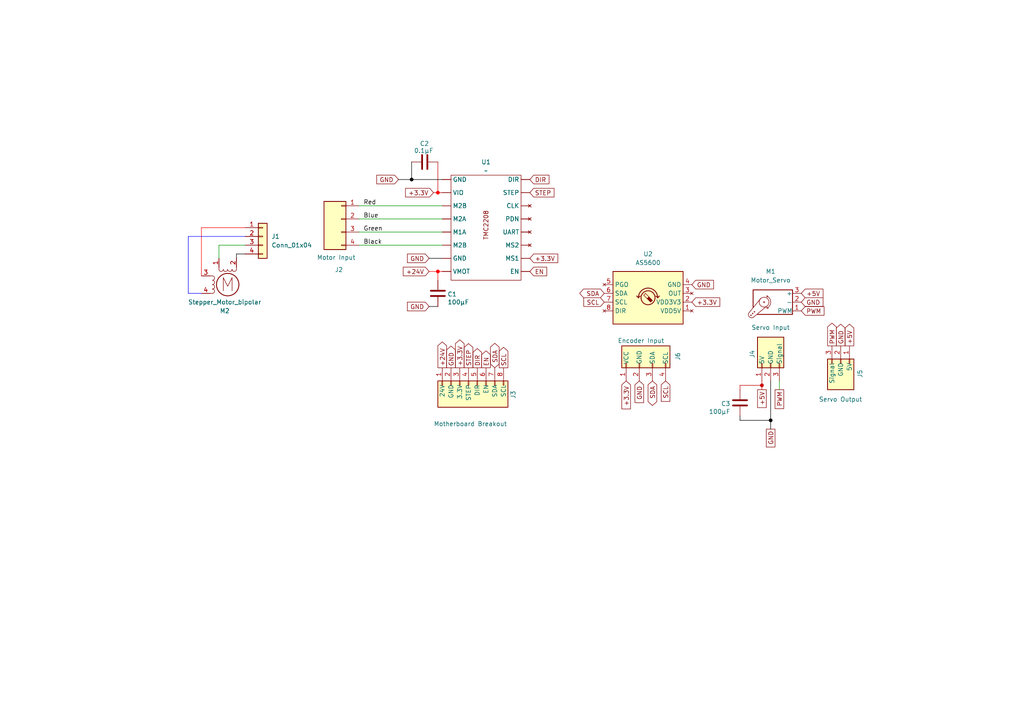
<source format=kicad_sch>
(kicad_sch (version 20231120) (generator "eeschema") (generator_version "8.0")
  (paper "A4")
  (title_block (title "Motor Breakout Board") (date "2025-07-07") (rev "B") (company "Designed by Charlie Lambert") (comment 1 "Motor breakout board for Rubik's Cube Solving Machine"))
  (lib_symbols
    (symbol "Conn_01x03_1" (pin_names (offset 1.016))
      (property "Reference" "J5" (at 1.778 5.588 0))
      (property "Value" "Servo Output" (at 10.414 -6.35 90))
      (symbol "Conn_01x03_1_1_1"
        (rectangle (start -1.27 -2.413) (end 0 -2.667) (stroke (width 0.1524)))
        (rectangle (start -1.27 0.127) (end 0 -0.127) (stroke (width 0.1524)))
        (rectangle (start -1.27 2.667) (end 0 2.413) (stroke (width 0.1524)))
        (rectangle (start -1.27 3.81) (end 7.62 -3.81) (stroke (width 0.254)) (fill (type background)))
        (pin output line (at -5.08 2.54 0) (length 3.81) (name "5V") (number "1"))
        (pin bidirectional line (at -5.08 0 0) (length 3.81) (name "GND") (number "2"))
        (pin output line (at -5.08 -2.54 0) (length 3.81) (name "Signal") (number "3"))
      )
    )
    (symbol "Conn_01x04_1" (pin_names (offset 1.016) hide)
      (property "Reference" "J2" (at 0.762 -16.002 0))
      (property "Value" "Motor Input" (at 1.524 -12.446 0))
      (symbol "Conn_01x04_1_1_1"
        (rectangle (start -1.27 2.667) (end 0 2.413) (stroke (width 0.1524)))
        (rectangle (start -1.27 3.81) (end 5.08 -10.16) (stroke (width 0.254)) (fill (type background)))
        (rectangle (start -1.2518 -4.9725) (end 0.0182 -5.2265) (stroke (width 0.1524)))
        (rectangle (start -1.2476 -8.7839) (end 0.0224 -9.0379) (stroke (width 0.1524)))
        (rectangle (start -1.2337 -1.1778) (end 0.0363 -1.4318) (stroke (width 0.1524)))
        (pin passive line (at -5.08 2.54 0) (length 3.81) (name "Red") (number "1"))
        (pin passive line (at -5.08 -1.27 0) (length 3.81) (name "Blue") (number "2"))
        (pin passive line (at -5.08 -5.08 0) (length 3.81) (name "Green") (number "3"))
        (pin passive line (at -5.08 -8.89 0) (length 3.81) (name "Black") (number "4"))
      )
    )
    (symbol "Conn_01x04_2" (pin_names (offset 1.016))
      (property "Reference" "J6" (at 2.032 -12.446 0))
      (property "Value" "Encoder Input" (at 6.604 -1.778 90))
      (symbol "Conn_01x04_2_1_1"
        (rectangle (start -1.27 2.667) (end 0 2.413) (stroke (width 0.1524)))
        (rectangle (start -1.27 3.81) (end 5.08 -10.16) (stroke (width 0.254)) (fill (type background)))
        (rectangle (start -1.2518 -4.9725) (end 0.0182 -5.2265) (stroke (width 0.1524)))
        (rectangle (start -1.2476 -8.7839) (end 0.0224 -9.0379) (stroke (width 0.1524)))
        (rectangle (start -1.2337 -1.1778) (end 0.0363 -1.4318) (stroke (width 0.1524)))
        (pin passive line (at -5.08 2.54 0) (length 3.81) (name "VCC") (number "1"))
        (pin passive line (at -5.08 -1.27 0) (length 3.81) (name "GND") (number "2"))
        (pin passive line (at -5.08 -5.08 0) (length 3.81) (name "SDA") (number "3"))
        (pin passive line (at -5.08 -8.89 0) (length 3.81) (name "SCL") (number "4"))
      )
    )
    (symbol "Connector_Generic:Conn_01x03" (pin_names (offset 1.016))
      (property "Reference" "J4" (at 2.54 1.2701 0))
      (property "Value" "Conn_01x03" (at 2.54 -1.2699 0))
      (symbol "Conn_01x03_1_1"
        (rectangle (start -1.27 -2.413) (end 0 -2.667) (stroke (width 0.1524)))
        (rectangle (start -1.27 0.127) (end 0 -0.127) (stroke (width 0.1524)))
        (rectangle (start -1.27 2.667) (end 0 2.413) (stroke (width 0.1524)))
        (rectangle (start -1.27 3.81) (end 7.62 -3.81) (stroke (width 0.254)) (fill (type background)))
        (pin passive line (at -5.08 2.54 0) (length 3.81) (name "5V") (number "1"))
        (pin passive line (at -5.08 0 0) (length 3.81) (name "GND") (number "2"))
        (pin passive line (at -5.08 -2.54 0) (length 3.81) (name "Signal") (number "3"))
      )
    )
    (symbol "Connector_Generic:Conn_01x04" (pin_names (offset 1.016) hide)
      (property "Reference" "J" (at 0 5.08 0))
      (property "Value" "Conn_01x04" (at 0 -7.62 0))
      (symbol "Conn_01x04_1_1"
        (rectangle (start -1.27 -4.953) (end 0 -5.207) (stroke (width 0.1524)))
        (rectangle (start -1.27 -2.413) (end 0 -2.667) (stroke (width 0.1524)))
        (rectangle (start -1.27 0.127) (end 0 -0.127) (stroke (width 0.1524)))
        (rectangle (start -1.27 2.667) (end 0 2.413) (stroke (width 0.1524)))
        (rectangle (start -1.27 3.81) (end 1.27 -6.35) (stroke (width 0.254)) (fill (type background)))
        (pin passive line (at -5.08 2.54 0) (length 3.81) (name "Pin_1") (number "1"))
        (pin passive line (at -5.08 0 0) (length 3.81) (name "Pin_2") (number "2"))
        (pin passive line (at -5.08 -2.54 0) (length 3.81) (name "Pin_3") (number "3"))
        (pin passive line (at -5.08 -5.08 0) (length 3.81) (name "Pin_4") (number "4"))
      )
    )
    (symbol "Connector_Generic:Conn_01x08" (pin_names (offset 1.016))
      (property "Reference" "J3" (at 4.064 13.208 90))
      (property "Value" "Motherboard Breakout" (at 11.176 -11.176 90))
      (symbol "Conn_01x08_1_1"
        (rectangle (start -1.27 -10.033) (end 0 -10.287) (stroke (width 0.1524)))
        (rectangle (start -1.27 -7.493) (end 0 -7.747) (stroke (width 0.1524)))
        (rectangle (start -1.27 -4.953) (end 0 -5.207) (stroke (width 0.1524)))
        (rectangle (start -1.27 -2.413) (end 0 -2.667) (stroke (width 0.1524)))
        (rectangle (start -1.27 0.127) (end 0 -0.127) (stroke (width 0.1524)))
        (rectangle (start -1.27 2.667) (end 0 2.413) (stroke (width 0.1524)))
        (rectangle (start -1.27 5.207) (end 0 4.953) (stroke (width 0.1524)))
        (rectangle (start -1.27 7.747) (end 0 7.493) (stroke (width 0.1524)))
        (rectangle (start -1.27 8.89) (end 6.35 -11.43) (stroke (width 0.254)) (fill (type background)))
        (pin output line (at -5.08 7.62 0) (length 3.81) (name "24V") (number "1"))
        (pin output line (at -5.08 5.08 0) (length 3.81) (name "GND") (number "2"))
        (pin output line (at -5.08 2.54 0) (length 3.81) (name "3.3V") (number "3"))
        (pin output line (at -5.08 0 0) (length 3.81) (name "STEP") (number "4"))
        (pin output line (at -5.08 -2.54 0) (length 3.81) (name "DIR") (number "5"))
        (pin output line (at -5.08 -5.08 0) (length 3.81) (name "EN") (number "6"))
        (pin bidirectional line (at -5.08 -7.62 0) (length 3.81) (name "SDA") (number "7"))
        (pin output line (at -5.08 -10.16 0) (length 3.81) (name "SCL") (number "8"))
      )
    )
    (symbol "Cube_Solver:TMC2208_Breakout" (pin_numbers hide)
      (property "Reference" "U1" (at 0 3.81 0))
      (property "Value" "~" (at 0 1.27 0))
      (symbol "TMC2208_Breakout_0_1"
        (rectangle (start -10.16 0) (end 10.16 -30.48))
      )
      (symbol "TMC2208_Breakout_1_1"
        (text "TMC2208\n" (at 0 -14.478 900) (effects (font (size 1.27 1.27))))
        (pin input line (at -12.7 -1.27 0) (length 2.54) (name "GND") (number "1"))
        (pin input line (at 12.7 -5.08 180) (length 2.54) (name "STEP") (number "10"))
        (pin no_connect line (at 12.7 -8.89 180) (length 2.54) (name "CLK") (number "11"))
        (pin no_connect line (at 12.7 -12.7 180) (length 2.54) (name "PDN") (number "12"))
        (pin no_connect line (at 12.7 -16.51 180) (length 2.54) (name "UART") (number "13"))
        (pin no_connect line (at 12.7 -20.32 180) (length 2.54) (name "MS2") (number "14"))
        (pin input line (at 12.7 -24.13 180) (length 2.54) (name "MS1") (number "15"))
        (pin input line (at 12.7 -27.94 180) (length 2.54) (name "EN") (number "16"))
        (pin input line (at -12.7 -5.08 0) (length 2.54) (name "VIO") (number "2"))
        (pin output line (at -12.7 -8.89 0) (length 2.54) (name "M2B") (number "3"))
        (pin output line (at -12.7 -12.7 0) (length 2.54) (name "M2A") (number "4"))
        (pin output line (at -12.7 -16.51 0) (length 2.54) (name "M1A") (number "5"))
        (pin output line (at -12.7 -20.32 0) (length 2.54) (name "M2B") (number "6"))
        (pin input line (at -12.7 -24.13 0) (length 2.54) (name "GND") (number "7"))
        (pin input line (at -12.7 -27.94 0) (length 2.54) (name "VMOT") (number "8"))
        (pin input line (at 12.7 -1.27 180) (length 2.54) (name "DIR") (number "9"))
      )
    )
    (symbol "Device:C" (pin_numbers hide) (pin_names (offset 0.254))
      (property "Reference" "C" (at 0.635 2.54 0))
      (property "Value" "C" (at 0.635 -2.54 0))
      (symbol "C_0_1"
        (polyline (pts (xy -2.032 -0.762) (xy 2.032 -0.762)) (stroke (width 0.508)))
        (polyline (pts (xy -2.032 0.762) (xy 2.032 0.762)) (stroke (width 0.508)))
      )
      (symbol "C_1_1"
        (pin passive line (at 0 3.81 270) (length 2.794) (name "~") (number "1"))
        (pin passive line (at 0 -3.81 90) (length 2.794) (name "~") (number "2"))
      )
    )
    (symbol "Motor:Motor_Servo" (pin_names (offset 0.0254))
      (property "Reference" "M1" (at 8.89 1.7035 0))
      (property "Value" "Motor_Servo" (at 8.89 -0.8365 0))
      (symbol "Motor_Servo_0_1"
        (polyline (pts (xy 2.413 -1.778) (xy 2.032 -1.778)))
        (polyline (pts (xy 2.413 -1.778) (xy 2.286 -1.397)))
        (polyline (pts (xy 2.413 1.778) (xy 1.905 1.778)))
        (polyline (pts (xy 2.413 1.778) (xy 2.286 1.397)))
        (polyline (pts (xy 6.35 4.445) (xy 2.54 1.27)))
        (polyline (pts (xy 7.62 3.175) (xy 4.191 -1.016)))
        (polyline (pts (xy 5.08 3.556) (xy -5.08 3.556) (xy -5.08 -3.556) (xy 6.35 -3.556) (xy 6.35 1.524)) (stroke (width 0.254)))
        (arc (start 2.413 1.778) (mid 1.2406 0) (end 2.413 -1.778))
        (circle (center 3.175 0) (radius 0.1778))
        (circle (center 3.175 0) (radius 1.4224))
        (circle (center 5.969 2.794) (radius 0.127))
        (circle (center 6.477 3.302) (radius 0.127))
        (circle (center 6.985 3.81) (radius 0.127))
        (arc (start 7.62 3.175) (mid 7.4485 4.2735) (end 6.35 4.445))
      )
      (symbol "Motor_Servo_1_1"
        (pin passive line (at -7.62 2.54 0) (length 2.54) (name "PWM") (number "1"))
        (pin passive line (at -7.62 0 0) (length 2.54) (name "-") (number "2"))
        (pin passive line (at -7.62 -2.54 0) (length 2.54) (name "+") (number "3"))
      )
    )
    (symbol "Motor:Stepper_Motor_bipolar" (pin_names (offset 0) hide)
      (property "Reference" "M" (at 3.81 2.54 0))
      (property "Value" "Stepper_Motor_bipolar" (at 3.81 1.27 0))
      (symbol "Stepper_Motor_bipolar_0_0"
        (polyline (pts (xy -1.27 -1.778) (xy -1.27 2.032) (xy 0 -0.508) (xy 1.27 2.032) (xy 1.27 -1.778)))
      )
      (symbol "Stepper_Motor_bipolar_0_1"
        (arc (start -4.445 -2.54) (mid -3.8127 -1.905) (end -4.445 -1.27))
        (arc (start -4.445 -1.27) (mid -3.8127 -0.635) (end -4.445 0))
        (arc (start -4.445 0) (mid -3.8127 0.635) (end -4.445 1.27))
        (arc (start -4.445 1.27) (mid -3.8127 1.905) (end -4.445 2.54))
        (arc (start -2.54 4.445) (mid -1.905 3.8127) (end -1.27 4.445))
        (arc (start -1.27 4.445) (mid -0.635 3.8127) (end 0 4.445))
        (polyline (pts (xy -5.08 -2.54) (xy -4.445 -2.54)))
        (polyline (pts (xy -5.08 2.54) (xy -4.445 2.54)))
        (polyline (pts (xy -2.54 5.08) (xy -2.54 4.445)))
        (polyline (pts (xy 2.54 5.08) (xy 2.54 4.445)))
        (circle (center 0 0) (radius 3.2512) (stroke (width 0.254)))
        (arc (start 0 4.445) (mid 0.635 3.8127) (end 1.27 4.445))
        (arc (start 1.27 4.445) (mid 1.905 3.8127) (end 2.54 4.445))
      )
      (symbol "Stepper_Motor_bipolar_1_1"
        (pin passive line (at -2.54 7.62 270) (length 2.54) (name "~") (number "1"))
        (pin passive line (at 2.54 7.62 270) (length 2.54) (name "-") (number "2"))
        (pin passive line (at -7.62 2.54 0) (length 2.54) (name "~") (number "3"))
        (pin passive line (at -7.62 -2.54 0) (length 2.54) (name "~") (number "4"))
      )
    )
    (symbol "Sensor_Ext:AS5600"
      (property "Reference" "U2" (at 0 -12.7 0))
      (property "Value" "AS5600" (at 0 -10.16 0))
      (symbol "AS5600_0_1"
        (rectangle (start -10.16 7.62) (end 10.16 -7.62) (stroke (width 0.254)) (fill (type background)))
        (arc (start -2.794 0) (mid 0 -2.7819) (end 2.794 0) (stroke (width 0.254)))
        (polyline (pts (xy -2.794 0) (xy -3.302 -0.508)) (stroke (width 0.254)))
        (polyline (pts (xy -2.794 0) (xy -2.286 -0.508)) (stroke (width 0.254)))
        (polyline (pts (xy 2.794 0) (xy 2.286 -0.508)) (stroke (width 0.254)))
        (polyline (pts (xy 2.794 0) (xy 3.302 -0.508)) (stroke (width 0.254)))
        (polyline (pts (xy 0.254 0.254) (xy 1.27 -0.762) (xy 0.762 -1.27) (xy -0.254 -0.254)))
        (polyline (pts (xy -0.762 1.27) (xy 0.254 0.254) (xy -0.254 -0.254) (xy -1.27 0.762) (xy -1.016 1.016) (xy -0.762 1.27) (xy -0.635 1.143)) (fill (type outline)))
        (circle (center 0 0) (radius 2.032) (stroke (width 0.254)))
      )
      (symbol "AS5600_1_1"
        (pin no_connect line (at -12.7 3.81 0) (length 2.54) (name "VDD5V") (number "1"))
        (pin input line (at -12.7 1.27 0) (length 2.54) (name "VDD3V3") (number "2"))
        (pin no_connect line (at -12.7 -1.27 0) (length 2.54) (name "OUT") (number "3"))
        (pin input line (at -12.7 -3.81 0) (length 2.54) (name "GND") (number "4"))
        (pin no_connect line (at 12.7 -3.81 180) (length 2.54) (name "PGO") (number "5"))
        (pin bidirectional line (at 12.7 -1.27 180) (length 2.54) (name "SDA") (number "6"))
        (pin input line (at 12.7 1.27 180) (length 2.54) (name "SCL") (number "7"))
        (pin no_connect line (at 12.7 3.81 180) (length 2.54) (name "DIR") (number "8"))
      )
    )
  )
  (junction (at 119.38 52.07) (color 0 0 0 1))
  (junction (at 127 55.88) (color 255 0 0 1))
  (junction (at 223.52 121.92) (color 0 0 0 1))
  (junction (at 127 78.74) (color 255 0 0 1))
  (junction (at 220.98 111.76) (color 194 0 0 1))
  (wire (pts (xy 119.38 52.07) (xy 119.38 46.99)) (stroke (width 0) (color 0 0 0 1)))
  (wire (pts (xy 58.42 66.04) (xy 71.12 66.04)) (stroke (width 0) (color 255 0 0 1)))
  (wire (pts (xy 125.73 55.88) (xy 127 55.88)) (stroke (width 0) (color 194 0 0 1)))
  (wire (pts (xy 214.63 121.92) (xy 214.63 120.65)) (stroke (width 0) (color 0 0 0 1)))
  (wire (pts (xy 214.63 111.76) (xy 214.63 113.03)) (stroke (width 0) (color 194 0 0 1)))
  (wire (pts (xy 104.14 67.31) (xy 128.27 67.31)))
  (wire (pts (xy 68.58 73.66) (xy 71.12 73.66)) (stroke (width 0) (color 0 0 0 1)))
  (wire (pts (xy 104.14 71.12) (xy 128.27 71.12)))
  (wire (pts (xy 223.52 121.92) (xy 223.52 124.46)) (stroke (width 0) (color 0 0 0 1)))
  (wire (pts (xy 220.98 111.76) (xy 214.63 111.76)) (stroke (width 0) (color 194 0 0 1)))
  (wire (pts (xy 220.98 113.03) (xy 220.98 111.76)) (stroke (width 0) (color 194 0 0 1)))
  (wire (pts (xy 63.5 71.12) (xy 71.12 71.12)))
  (wire (pts (xy 54.61 85.09) (xy 58.42 85.09)) (stroke (width 0) (color 0 0 255 1)))
  (wire (pts (xy 124.46 78.74) (xy 127 78.74)) (stroke (width 0) (color 255 0 0 1)))
  (wire (pts (xy 119.38 52.07) (xy 128.27 52.07)) (stroke (width 0) (color 0 0 0 1)))
  (wire (pts (xy 223.52 110.49) (xy 223.52 121.92)) (stroke (width 0) (color 0 0 0 1)))
  (wire (pts (xy 127 78.74) (xy 128.27 78.74)) (stroke (width 0) (color 255 0 0 1)))
  (wire (pts (xy 58.42 80.01) (xy 58.42 66.04)) (stroke (width 0) (color 255 0 0 1)))
  (wire (pts (xy 127 55.88) (xy 128.27 55.88)) (stroke (width 0) (color 194 0 0 1)))
  (wire (pts (xy 124.46 88.9) (xy 127 88.9)) (stroke (width 0) (color 0 0 0 1)))
  (wire (pts (xy 127 46.99) (xy 127 55.88)) (stroke (width 0) (color 194 0 0 1)))
  (wire (pts (xy 127 78.74) (xy 127 81.28)) (stroke (width 0) (color 255 0 0 1)))
  (wire (pts (xy 104.14 59.69) (xy 128.27 59.69)))
  (wire (pts (xy 214.63 121.92) (xy 223.52 121.92)) (stroke (width 0) (color 0 0 0 1)))
  (wire (pts (xy 124.46 74.93) (xy 128.27 74.93)) (stroke (width 0) (color 0 0 0 1)))
  (wire (pts (xy 104.14 63.5) (xy 128.27 63.5)))
  (wire (pts (xy 54.61 68.58) (xy 54.61 85.09)) (stroke (width 0) (color 0 0 255 1)))
  (wire (pts (xy 54.61 68.58) (xy 71.12 68.58)) (stroke (width 0) (color 0 0 255 1)))
  (wire (pts (xy 63.5 74.93) (xy 63.5 71.12)))
  (wire (pts (xy 226.06 113.03) (xy 226.06 110.49)))
  (wire (pts (xy 220.98 111.76) (xy 220.98 110.49)) (stroke (width 0) (color 194 0 0 1)))
  (wire (pts (xy 68.58 73.66) (xy 68.58 74.93)) (stroke (width 0) (color 0 0 0 1)))
  (wire (pts (xy 115.57 52.07) (xy 119.38 52.07)) (stroke (width 0) (color 0 0 0 1)))
  (label "Blue" (at 105.41 63.5 0))
  (label "Green" (at 105.41 67.31 0))
  (label "Red" (at 105.41 59.69 0))
  (label "Black" (at 105.41 71.12 0))
  (global_label "SCL" (shape output) (at 146.05 106.68 90) (property "Intersheetrefs" "${INTERSHEET_REFS}" (effects (hide yes))))
  (global_label "SDA" (shape bidirectional) (at 175.26 85.09 180) (property "Intersheetrefs" "${INTERSHEET_REFS}" (effects (hide yes))))
  (global_label "STEP" (shape output) (at 135.89 106.68 90) (property "Intersheetrefs" "${INTERSHEET_REFS}" (effects (hide yes))))
  (global_label "+5V" (shape input) (at 232.41 85.09 0) (property "Intersheetrefs" "${INTERSHEET_REFS}" (effects (hide yes))))
  (global_label "GND" (shape input) (at 200.66 82.55 0) (property "Intersheetrefs" "${INTERSHEET_REFS}" (effects (hide yes))))
  (global_label "EN" (shape input) (at 153.67 78.74 0) (property "Intersheetrefs" "${INTERSHEET_REFS}" (effects (hide yes))))
  (global_label "SDA" (shape bidirectional) (at 189.23 110.49 270) (property "Intersheetrefs" "${INTERSHEET_REFS}" (effects (hide yes))))
  (global_label "GND" (shape input) (at 185.42 110.49 270) (property "Intersheetrefs" "${INTERSHEET_REFS}" (effects (hide yes))))
  (global_label "SDA" (shape bidirectional) (at 143.51 106.68 90) (property "Intersheetrefs" "${INTERSHEET_REFS}" (effects (hide yes))))
  (global_label "PWM" (shape output) (at 241.3 100.33 90) (property "Intersheetrefs" "${INTERSHEET_REFS}" (effects (hide yes))))
  (global_label "GND" (shape output) (at 130.81 106.68 90) (property "Intersheetrefs" "${INTERSHEET_REFS}" (effects (hide yes))))
  (global_label "+3.3V" (shape input) (at 125.73 55.88 180) (property "Intersheetrefs" "${INTERSHEET_REFS}" (effects (hide yes))))
  (global_label "+24V" (shape output) (at 128.27 106.68 90) (property "Intersheetrefs" "${INTERSHEET_REFS}" (effects (hide yes))))
  (global_label "+24V" (shape input) (at 124.46 78.74 180) (property "Intersheetrefs" "${INTERSHEET_REFS}" (effects (hide yes))))
  (global_label "EN" (shape output) (at 140.97 106.68 90) (property "Intersheetrefs" "${INTERSHEET_REFS}" (effects (hide yes))))
  (global_label "+5V" (shape passive) (at 220.98 113.03 270) (property "Intersheetrefs" "${INTERSHEET_REFS}" (effects (hide yes))))
  (global_label "+3.3V" (shape input) (at 181.61 110.49 270) (property "Intersheetrefs" "${INTERSHEET_REFS}" (effects (hide yes))))
  (global_label "SCL" (shape input) (at 193.04 110.49 270) (property "Intersheetrefs" "${INTERSHEET_REFS}" (effects (hide yes))))
  (global_label "GND" (shape passive) (at 223.52 124.46 270) (property "Intersheetrefs" "${INTERSHEET_REFS}" (effects (hide yes))))
  (global_label "GND" (shape output) (at 243.84 100.33 90) (property "Intersheetrefs" "${INTERSHEET_REFS}" (effects (hide yes))))
  (global_label "SCL" (shape input) (at 175.26 87.63 180) (property "Intersheetrefs" "${INTERSHEET_REFS}" (effects (hide yes))))
  (global_label "STEP" (shape input) (at 153.67 55.88 0) (property "Intersheetrefs" "${INTERSHEET_REFS}" (effects (hide yes))))
  (global_label "PWM" (shape input) (at 232.41 90.17 0) (property "Intersheetrefs" "${INTERSHEET_REFS}" (effects (hide yes))))
  (global_label "DIR" (shape input) (at 153.67 52.07 0) (property "Intersheetrefs" "${INTERSHEET_REFS}" (effects (hide yes))))
  (global_label "GND" (shape input) (at 115.57 52.07 180) (property "Intersheetrefs" "${INTERSHEET_REFS}" (effects (hide yes))))
  (global_label "GND" (shape input) (at 124.46 74.93 180) (property "Intersheetrefs" "${INTERSHEET_REFS}" (effects (hide yes))))
  (global_label "DIR" (shape output) (at 138.43 106.68 90) (property "Intersheetrefs" "${INTERSHEET_REFS}" (effects (hide yes))))
  (global_label "+5V" (shape output) (at 246.38 100.33 90) (property "Intersheetrefs" "${INTERSHEET_REFS}" (effects (hide yes))))
  (global_label "PWM" (shape passive) (at 226.06 113.03 270) (property "Intersheetrefs" "${INTERSHEET_REFS}" (effects (hide yes))))
  (global_label "GND" (shape input) (at 124.46 88.9 180) (property "Intersheetrefs" "${INTERSHEET_REFS}" (effects (hide yes))))
  (global_label "+3.3V" (shape input) (at 200.66 87.63 0) (property "Intersheetrefs" "${INTERSHEET_REFS}" (effects (hide yes))))
  (global_label "GND" (shape input) (at 232.41 87.63 0) (property "Intersheetrefs" "${INTERSHEET_REFS}" (effects (hide yes))))
  (global_label "+3.3V" (shape input) (at 153.67 74.93 0) (property "Intersheetrefs" "${INTERSHEET_REFS}" (effects (hide yes))))
  (global_label "+3.3V" (shape output) (at 133.35 106.68 90) (property "Intersheetrefs" "${INTERSHEET_REFS}" (effects (hide yes))))
  (symbol (lib_id "Cube_Solver:TMC2208_Breakout") (at 140.97 50.8 0) (unit 1)
    (property "Reference" "U1" (at 140.97 46.99 0))
    (property "Value" "~" (at 140.97 49.53 0))
    (property "Footprint" "cube_solver_footprints:TMC2208_Breakout" (effects (hide yes)))
  )
  (symbol (lib_id "Connector_Generic:Conn_01x04") (at 76.2 68.58 0) (unit 1) (in_bom no) (on_board no)
    (property "Reference" "J1" (at 78.74 68.5799 0) (effects (justify left)))
    (property "Value" "Conn_01x04" (at 78.74 71.1199 0) (effects (justify left)))
    (property "Description" "Generic connector, single row, 01x04, script generated (kicad-library-utils/schlib/autogen/connector/)" (effects (hide yes)))
  )
  (symbol (lib_id "Device:C") (at 127 85.09 0) (unit 1)
    (property "Reference" "C1" (at 129.794 85.344 0) (effects (justify left)))
    (property "Value" "100µF" (at 129.794 87.63 0) (effects (justify left)))
    (property "Footprint" "Capacitor_THT:C_Radial_D5.0mm_H11.0mm_P2.00mm" (effects (hide yes)))
    (property "Description" "Unpolarized capacitor" (effects (hide yes)))
  )
  (symbol (lib_name "Conn_01x04_1") (lib_id "Connector_Generic:Conn_01x04") (at 99.06 62.23 0) (mirror y) (unit 1)
    (property "Reference" "J2" (at 98.298 78.232 0))
    (property "Value" "Motor Input" (at 97.536 74.676 0))
    (property "Footprint" "Connector_JST:JST_XH_B4B-XH-A_1x04_P2.50mm_Vertical" (effects (hide yes)))
    (property "Description" "Generic connector, single row, 01x04, script generated (kicad-library-utils/schlib/autogen/connector/)" (effects (hide yes)))
  )
  (symbol (lib_id "Sensor_Ext:AS5600") (at 187.96 86.36 180) (unit 1) (in_bom no) (on_board no)
    (property "Reference" "U2" (at 187.96 73.66 0))
    (property "Value" "AS5600" (at 187.96 76.2 0))
    (property "Datasheet" "https://ams.com/documents/20143/36005/AS5600_DS000365_5-00.pdf" (effects (hide yes)))
  )
  (symbol (lib_id "Device:C") (at 123.19 46.99 90) (unit 1)
    (property "Reference" "C2" (at 124.46 41.656 90) (effects (justify left)))
    (property "Value" "0.1µF" (at 125.73 43.688 90) (effects (justify left)))
    (property "Footprint" "Capacitor_THT:C_Radial_D4.0mm_H7.0mm_P1.50mm" (effects (hide yes)))
    (property "Description" "Unpolarized capacitor" (effects (hide yes)))
  )
  (symbol (lib_id "Connector_Generic:Conn_01x08") (at 135.89 111.76 90) (mirror x) (unit 1)
    (property "Reference" "J3" (at 148.844 113.284 0) (effects (justify left)))
    (property "Value" "Motherboard Breakout" (at 147.066 122.936 90) (effects (justify left)))
    (property "Footprint" "Connector_JST:JST_XH_B8B-XH-A_1x08_P2.50mm_Vertical" (effects (hide yes)))
    (property "Description" "Generic connector, single row, 01x08, script generated (kicad-library-utils/schlib/autogen/connector/)" (effects (hide yes)))
  )
  (symbol (lib_name "Conn_01x03_1") (lib_id "Connector_Generic:Conn_01x03") (at 243.84 105.41 270) (unit 1)
    (property "Reference" "J5" (at 249.428 107.188 0) (effects (justify left)))
    (property "Value" "Servo Output" (at 237.49 115.824 90) (effects (justify left)))
    (property "Footprint" "Connector_JST:JST_XH_B3B-XH-A_1x03_P2.50mm_Vertical" (effects (hide yes)))
    (property "Description" "Generic connector, single row, 01x03, script generated (kicad-library-utils/schlib/autogen/connector/)" (effects (hide yes)))
  )
  (symbol (lib_name "Conn_01x04_2") (lib_id "Connector_Generic:Conn_01x04") (at 184.15 105.41 90) (unit 1)
    (property "Reference" "J6" (at 196.596 103.378 0))
    (property "Value" "Encoder Input" (at 185.928 98.806 90))
    (property "Footprint" "Connector_JST:JST_XH_B4B-XH-A_1x04_P2.50mm_Vertical" (effects (hide yes)))
    (property "Description" "Generic connector, single row, 01x04, script generated (kicad-library-utils/schlib/autogen/connector/)" (effects (hide yes)))
  )
  (symbol (lib_id "Device:C") (at 214.63 116.84 0) (mirror y) (unit 1)
    (property "Reference" "C3" (at 211.836 117.094 0) (effects (justify left)))
    (property "Value" "100µF" (at 211.836 119.38 0) (effects (justify left)))
    (property "Footprint" "Capacitor_THT:C_Radial_D5.0mm_H11.0mm_P2.00mm" (effects (hide yes)))
    (property "Description" "Unpolarized capacitor" (effects (hide yes)))
  )
  (symbol (lib_id "Motor:Motor_Servo") (at 224.79 87.63 180) (unit 1) (in_bom no) (on_board no)
    (property "Reference" "M1" (at 223.5311 78.74 0))
    (property "Value" "Motor_Servo" (at 223.5311 81.28 0))
    (property "Datasheet" "http://forums.parallax.com/uploads/attachments/46831/74481.png" (effects (hide yes)))
    (property "Description" "Servo Motor (Futaba, HiTec, JR connector)" (effects (hide yes)))
  )
  (symbol (lib_id "Motor:Stepper_Motor_bipolar") (at 66.04 82.55 0) (unit 1) (in_bom no) (on_board no)
    (property "Reference" "M2" (at 65.1891 90.17 0))
    (property "Value" "Stepper_Motor_bipolar" (at 65.1891 87.63 0))
    (property "Datasheet" "http://www.infineon.com/dgdl/Application-Note-TLE8110EE_driving_UniPolarStepperMotor_V1.1.pdf?fileId=db3a30431be39b97011be5d0aa0a00b0" (effects (hide yes)))
    (property "Description" "4-wire bipolar stepper motor" (effects (hide yes)))
  )
  (symbol (lib_id "Connector_Generic:Conn_01x03") (at 223.52 105.41 90) (unit 1)
    (property "Reference" "J4" (at 218.186 103.886 0) (effects (justify left)))
    (property "Value" "Servo Input" (at 229.108 94.996 90) (effects (justify left)))
    (property "Footprint" "Connector_JST:JST_XH_B3B-XH-A_1x03_P2.50mm_Vertical" (effects (hide yes)))
    (property "Description" "Generic connector, single row, 01x03, script generated (kicad-library-utils/schlib/autogen/connector/)" (effects (hide yes)))
  )
)
</source>
